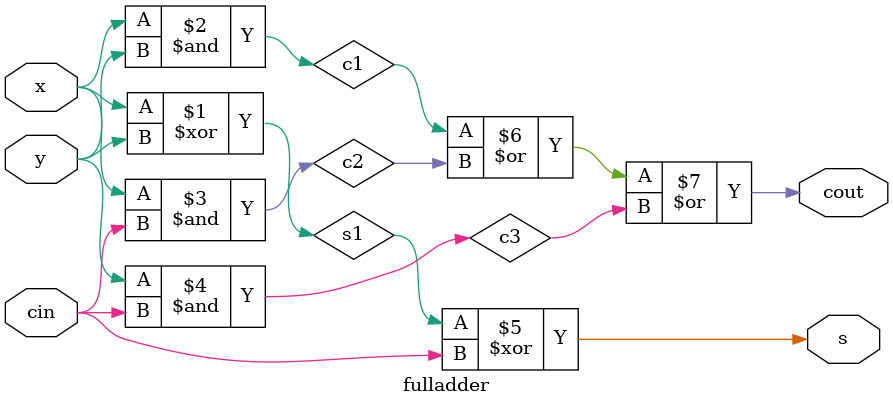
<source format=v>
`timescale 1ns / 1ps


module fulladder(x,y,cin,s,cout);

input x,y,cin;
output s,cout;

wire s1,c1,c2,c3;

xor u1(s1,x,y);
and u2(c1,x,y);
and u3(c2,x,cin);
and u4(c3,y,cin);
xor u5(s,s1,cin);
or u6(cout,c1,c2,c3);

endmodule

</source>
